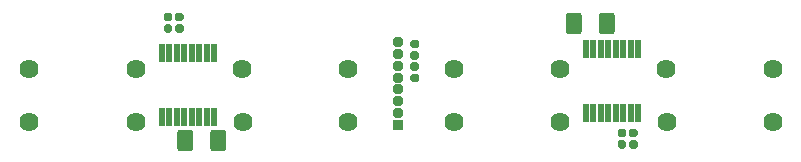
<source format=gts>
%TF.GenerationSoftware,KiCad,Pcbnew,(5.1.6-0-10_14)*%
%TF.CreationDate,2020-06-29T16:19:24+02:00*%
%TF.ProjectId,rev0,72657630-2e6b-4696-9361-645f70636258,rev?*%
%TF.SameCoordinates,Original*%
%TF.FileFunction,Soldermask,Top*%
%TF.FilePolarity,Negative*%
%FSLAX46Y46*%
G04 Gerber Fmt 4.6, Leading zero omitted, Abs format (unit mm)*
G04 Created by KiCad (PCBNEW (5.1.6-0-10_14)) date 2020-06-29 16:19:24*
%MOMM*%
%LPD*%
G01*
G04 APERTURE LIST*
%ADD10O,0.950000X0.950000*%
%ADD11R,0.950000X0.950000*%
%ADD12R,0.535000X1.628000*%
%ADD13C,1.624000*%
G04 APERTURE END LIST*
D10*
%TO.C,J1*%
X147637500Y-83106500D03*
X147637500Y-84106500D03*
X147637500Y-85106500D03*
X147637500Y-86106500D03*
X147637500Y-87106500D03*
X147637500Y-88106500D03*
X147637500Y-89106500D03*
D11*
X147637500Y-90106500D03*
%TD*%
%TO.C,R5*%
G36*
G01*
X148837000Y-83896500D02*
X149232000Y-83896500D01*
G75*
G02*
X149404500Y-84069000I0J-172500D01*
G01*
X149404500Y-84414000D01*
G75*
G02*
X149232000Y-84586500I-172500J0D01*
G01*
X148837000Y-84586500D01*
G75*
G02*
X148664500Y-84414000I0J172500D01*
G01*
X148664500Y-84069000D01*
G75*
G02*
X148837000Y-83896500I172500J0D01*
G01*
G37*
G36*
G01*
X148837000Y-82926500D02*
X149232000Y-82926500D01*
G75*
G02*
X149404500Y-83099000I0J-172500D01*
G01*
X149404500Y-83444000D01*
G75*
G02*
X149232000Y-83616500I-172500J0D01*
G01*
X148837000Y-83616500D01*
G75*
G02*
X148664500Y-83444000I0J172500D01*
G01*
X148664500Y-83099000D01*
G75*
G02*
X148837000Y-82926500I172500J0D01*
G01*
G37*
%TD*%
%TO.C,R4*%
G36*
G01*
X148837000Y-85801500D02*
X149232000Y-85801500D01*
G75*
G02*
X149404500Y-85974000I0J-172500D01*
G01*
X149404500Y-86319000D01*
G75*
G02*
X149232000Y-86491500I-172500J0D01*
G01*
X148837000Y-86491500D01*
G75*
G02*
X148664500Y-86319000I0J172500D01*
G01*
X148664500Y-85974000D01*
G75*
G02*
X148837000Y-85801500I172500J0D01*
G01*
G37*
G36*
G01*
X148837000Y-84831500D02*
X149232000Y-84831500D01*
G75*
G02*
X149404500Y-85004000I0J-172500D01*
G01*
X149404500Y-85349000D01*
G75*
G02*
X149232000Y-85521500I-172500J0D01*
G01*
X148837000Y-85521500D01*
G75*
G02*
X148664500Y-85349000I0J172500D01*
G01*
X148664500Y-85004000D01*
G75*
G02*
X148837000Y-84831500I172500J0D01*
G01*
G37*
%TD*%
%TO.C,R2*%
G36*
G01*
X163168500Y-80879000D02*
X163168500Y-82189000D01*
G75*
G02*
X162898500Y-82459000I-270000J0D01*
G01*
X162088500Y-82459000D01*
G75*
G02*
X161818500Y-82189000I0J270000D01*
G01*
X161818500Y-80879000D01*
G75*
G02*
X162088500Y-80609000I270000J0D01*
G01*
X162898500Y-80609000D01*
G75*
G02*
X163168500Y-80879000I0J-270000D01*
G01*
G37*
G36*
G01*
X165968500Y-80879000D02*
X165968500Y-82189000D01*
G75*
G02*
X165698500Y-82459000I-270000J0D01*
G01*
X164888500Y-82459000D01*
G75*
G02*
X164618500Y-82189000I0J270000D01*
G01*
X164618500Y-80879000D01*
G75*
G02*
X164888500Y-80609000I270000J0D01*
G01*
X165698500Y-80609000D01*
G75*
G02*
X165968500Y-80879000I0J-270000D01*
G01*
G37*
%TD*%
%TO.C,R1*%
G36*
G01*
X131725500Y-92095000D02*
X131725500Y-90785000D01*
G75*
G02*
X131995500Y-90515000I270000J0D01*
G01*
X132805500Y-90515000D01*
G75*
G02*
X133075500Y-90785000I0J-270000D01*
G01*
X133075500Y-92095000D01*
G75*
G02*
X132805500Y-92365000I-270000J0D01*
G01*
X131995500Y-92365000D01*
G75*
G02*
X131725500Y-92095000I0J270000D01*
G01*
G37*
G36*
G01*
X128925500Y-92095000D02*
X128925500Y-90785000D01*
G75*
G02*
X129195500Y-90515000I270000J0D01*
G01*
X130005500Y-90515000D01*
G75*
G02*
X130275500Y-90785000I0J-270000D01*
G01*
X130275500Y-92095000D01*
G75*
G02*
X130005500Y-92365000I-270000J0D01*
G01*
X129195500Y-92365000D01*
G75*
G02*
X128925500Y-92095000I0J270000D01*
G01*
G37*
%TD*%
D12*
%TO.C,IC2*%
X167957000Y-89134500D03*
X167323000Y-89134500D03*
X166687000Y-89134500D03*
X166053000Y-89134500D03*
X165417000Y-89134500D03*
X164783000Y-89134500D03*
X164147000Y-89134500D03*
X163513000Y-89134500D03*
X163513000Y-83712500D03*
X164147000Y-83712500D03*
X164783000Y-83712500D03*
X165417000Y-83712500D03*
X166053000Y-83712500D03*
X166687000Y-83712500D03*
X167323000Y-83712500D03*
X167957000Y-83712500D03*
%TD*%
D13*
%TO.C,D8*%
X170355260Y-89903300D03*
X170342560Y-85407500D03*
%TD*%
%TO.C,D7*%
X179346860Y-89903300D03*
X179334160Y-85407500D03*
%TD*%
%TO.C,D6*%
X152372060Y-89903300D03*
X152359360Y-85407500D03*
%TD*%
%TO.C,D5*%
X161363660Y-89903300D03*
X161350960Y-85407500D03*
%TD*%
%TO.C,C4*%
G36*
G01*
X166375700Y-91427600D02*
X166770700Y-91427600D01*
G75*
G02*
X166943200Y-91600100I0J-172500D01*
G01*
X166943200Y-91945100D01*
G75*
G02*
X166770700Y-92117600I-172500J0D01*
G01*
X166375700Y-92117600D01*
G75*
G02*
X166203200Y-91945100I0J172500D01*
G01*
X166203200Y-91600100D01*
G75*
G02*
X166375700Y-91427600I172500J0D01*
G01*
G37*
G36*
G01*
X166375700Y-90457600D02*
X166770700Y-90457600D01*
G75*
G02*
X166943200Y-90630100I0J-172500D01*
G01*
X166943200Y-90975100D01*
G75*
G02*
X166770700Y-91147600I-172500J0D01*
G01*
X166375700Y-91147600D01*
G75*
G02*
X166203200Y-90975100I0J172500D01*
G01*
X166203200Y-90630100D01*
G75*
G02*
X166375700Y-90457600I172500J0D01*
G01*
G37*
%TD*%
%TO.C,C3*%
G36*
G01*
X128340500Y-81330500D02*
X127945500Y-81330500D01*
G75*
G02*
X127773000Y-81158000I0J172500D01*
G01*
X127773000Y-80813000D01*
G75*
G02*
X127945500Y-80640500I172500J0D01*
G01*
X128340500Y-80640500D01*
G75*
G02*
X128513000Y-80813000I0J-172500D01*
G01*
X128513000Y-81158000D01*
G75*
G02*
X128340500Y-81330500I-172500J0D01*
G01*
G37*
G36*
G01*
X128340500Y-82300500D02*
X127945500Y-82300500D01*
G75*
G02*
X127773000Y-82128000I0J172500D01*
G01*
X127773000Y-81783000D01*
G75*
G02*
X127945500Y-81610500I172500J0D01*
G01*
X128340500Y-81610500D01*
G75*
G02*
X128513000Y-81783000I0J-172500D01*
G01*
X128513000Y-82128000D01*
G75*
G02*
X128340500Y-82300500I-172500J0D01*
G01*
G37*
%TD*%
%TO.C,C2*%
G36*
G01*
X167340900Y-91427600D02*
X167735900Y-91427600D01*
G75*
G02*
X167908400Y-91600100I0J-172500D01*
G01*
X167908400Y-91945100D01*
G75*
G02*
X167735900Y-92117600I-172500J0D01*
G01*
X167340900Y-92117600D01*
G75*
G02*
X167168400Y-91945100I0J172500D01*
G01*
X167168400Y-91600100D01*
G75*
G02*
X167340900Y-91427600I172500J0D01*
G01*
G37*
G36*
G01*
X167340900Y-90457600D02*
X167735900Y-90457600D01*
G75*
G02*
X167908400Y-90630100I0J-172500D01*
G01*
X167908400Y-90975100D01*
G75*
G02*
X167735900Y-91147600I-172500J0D01*
G01*
X167340900Y-91147600D01*
G75*
G02*
X167168400Y-90975100I0J172500D01*
G01*
X167168400Y-90630100D01*
G75*
G02*
X167340900Y-90457600I172500J0D01*
G01*
G37*
%TD*%
%TO.C,C1*%
G36*
G01*
X129293000Y-81330500D02*
X128898000Y-81330500D01*
G75*
G02*
X128725500Y-81158000I0J172500D01*
G01*
X128725500Y-80813000D01*
G75*
G02*
X128898000Y-80640500I172500J0D01*
G01*
X129293000Y-80640500D01*
G75*
G02*
X129465500Y-80813000I0J-172500D01*
G01*
X129465500Y-81158000D01*
G75*
G02*
X129293000Y-81330500I-172500J0D01*
G01*
G37*
G36*
G01*
X129293000Y-82300500D02*
X128898000Y-82300500D01*
G75*
G02*
X128725500Y-82128000I0J172500D01*
G01*
X128725500Y-81783000D01*
G75*
G02*
X128898000Y-81610500I172500J0D01*
G01*
X129293000Y-81610500D01*
G75*
G02*
X129465500Y-81783000I0J-172500D01*
G01*
X129465500Y-82128000D01*
G75*
G02*
X129293000Y-82300500I-172500J0D01*
G01*
G37*
%TD*%
D12*
%TO.C,IC1*%
X127635500Y-84030000D03*
X128269500Y-84030000D03*
X128905500Y-84030000D03*
X129539500Y-84030000D03*
X130175500Y-84030000D03*
X130809500Y-84030000D03*
X131445500Y-84030000D03*
X132079500Y-84030000D03*
X132079500Y-89452000D03*
X131445500Y-89452000D03*
X130809500Y-89452000D03*
X130175500Y-89452000D03*
X129539500Y-89452000D03*
X128905500Y-89452000D03*
X128269500Y-89452000D03*
X127635500Y-89452000D03*
%TD*%
D13*
%TO.C,D4*%
X125427740Y-85356700D03*
X125440440Y-89852500D03*
%TD*%
%TO.C,D3*%
X116347240Y-85356700D03*
X116359940Y-89852500D03*
%TD*%
%TO.C,D2*%
X143398240Y-85356700D03*
X143410940Y-89852500D03*
%TD*%
%TO.C,D1*%
X134444740Y-85356700D03*
X134457440Y-89852500D03*
%TD*%
M02*

</source>
